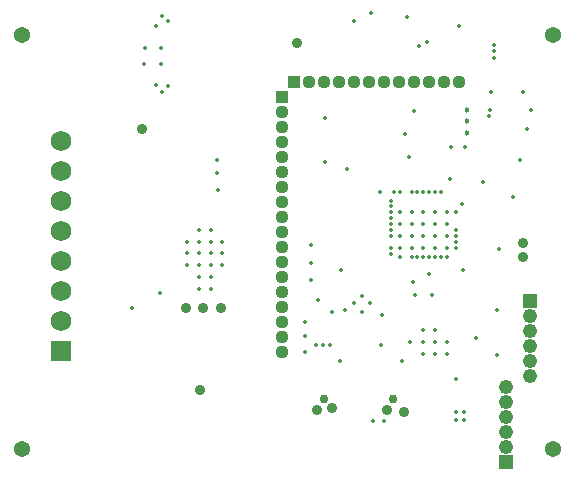
<source format=gbs>
G75*
%MOIN*%
%OFA0B0*%
%FSLAX25Y25*%
%IPPOS*%
%LPD*%
%AMOC8*
5,1,8,0,0,1.08239X$1,22.5*
%
%ADD10C,0.05400*%
%ADD11R,0.04500X0.04500*%
%ADD12R,0.04900X0.04900*%
%ADD13C,0.04500*%
%ADD14C,0.04900*%
%ADD15R,0.03976X0.03976*%
%ADD16R,0.04376X0.04376*%
%ADD17C,0.03976*%
%ADD18C,0.04376*%
%ADD19C,0.01387*%
%ADD20C,0.01787*%
%ADD21C,0.02998*%
%ADD22R,0.06450X0.06450*%
%ADD23R,0.06850X0.06850*%
%ADD24C,0.06450*%
%ADD25C,0.06850*%
%ADD26C,0.01400*%
%ADD27C,0.03543*%
D10*
X0007874Y0145669D03*
X0007874Y0007874D03*
X0185039Y0007874D03*
X0185039Y0145669D03*
D11*
X0169291Y0003346D03*
X0177165Y0057087D03*
D12*
X0169291Y0003346D03*
X0177165Y0057087D03*
D13*
X0169291Y0008346D03*
X0169291Y0013346D03*
X0169291Y0018346D03*
X0169291Y0023346D03*
X0169291Y0028346D03*
X0177165Y0052087D03*
X0177165Y0047087D03*
X0177165Y0042087D03*
X0177165Y0037087D03*
X0177165Y0032087D03*
D14*
X0169291Y0008346D03*
X0169291Y0013346D03*
X0169291Y0018346D03*
X0169291Y0023346D03*
X0169291Y0028346D03*
X0177165Y0052087D03*
X0177165Y0047087D03*
X0177165Y0042087D03*
X0177165Y0037087D03*
X0177165Y0032087D03*
D15*
X0094488Y0125177D03*
X0098484Y0129921D03*
D16*
X0094488Y0125177D03*
X0098484Y0129921D03*
D17*
X0094488Y0120177D03*
X0094488Y0115177D03*
X0094488Y0110177D03*
X0094488Y0105177D03*
X0094488Y0100177D03*
X0094488Y0095177D03*
X0094488Y0090177D03*
X0094488Y0085177D03*
X0094488Y0080177D03*
X0094488Y0075177D03*
X0094488Y0070177D03*
X0094488Y0065177D03*
X0094488Y0060177D03*
X0094488Y0055177D03*
X0094488Y0050177D03*
X0094488Y0045177D03*
X0094488Y0040177D03*
X0103484Y0129921D03*
X0108484Y0129921D03*
X0113484Y0129921D03*
X0118484Y0129921D03*
X0123484Y0129921D03*
X0128484Y0129921D03*
X0133484Y0129921D03*
X0138484Y0129921D03*
X0143484Y0129921D03*
X0148484Y0129921D03*
X0153484Y0129921D03*
D18*
X0094488Y0120177D03*
X0094488Y0115177D03*
X0094488Y0110177D03*
X0094488Y0105177D03*
X0094488Y0100177D03*
X0094488Y0095177D03*
X0094488Y0090177D03*
X0094488Y0085177D03*
X0094488Y0080177D03*
X0094488Y0075177D03*
X0094488Y0070177D03*
X0094488Y0065177D03*
X0094488Y0060177D03*
X0094488Y0055177D03*
X0094488Y0050177D03*
X0094488Y0045177D03*
X0094488Y0040177D03*
X0103484Y0129921D03*
X0108484Y0129921D03*
X0113484Y0129921D03*
X0118484Y0129921D03*
X0123484Y0129921D03*
X0128484Y0129921D03*
X0133484Y0129921D03*
X0138484Y0129921D03*
X0143484Y0129921D03*
X0148484Y0129921D03*
X0153484Y0129921D03*
D19*
X0156299Y0120669D03*
X0156299Y0116929D03*
X0156299Y0113189D03*
D20*
X0156299Y0120669D03*
X0156299Y0116929D03*
X0156299Y0113189D03*
D21*
X0108661Y0024390D03*
X0131496Y0024390D03*
D22*
X0020866Y0040354D03*
D23*
X0020866Y0040354D03*
D24*
X0020866Y0050354D03*
X0020866Y0060354D03*
X0020866Y0070354D03*
X0020866Y0080354D03*
X0020866Y0090354D03*
X0020866Y0100354D03*
X0020866Y0110354D03*
D25*
X0020866Y0050354D03*
X0020866Y0060354D03*
X0020866Y0070354D03*
X0020866Y0080354D03*
X0020866Y0090354D03*
X0020866Y0100354D03*
X0020866Y0110354D03*
D26*
X0130906Y0074803D03*
X0150591Y0097835D03*
X0127362Y0093504D03*
X0154921Y0067323D03*
X0134646Y0037008D03*
X0127953Y0052362D03*
X0106693Y0057480D03*
X0111417Y0053543D03*
X0136811Y0104921D03*
X0141732Y0082677D03*
X0141732Y0086614D03*
X0133858Y0086614D03*
X0137795Y0086614D03*
X0145669Y0086614D03*
X0149606Y0086614D03*
X0133858Y0082677D03*
X0137795Y0082677D03*
X0145669Y0082677D03*
X0149606Y0082677D03*
X0149606Y0078740D03*
X0145669Y0078740D03*
X0141732Y0078740D03*
X0137795Y0078740D03*
X0133858Y0078740D03*
X0133858Y0074803D03*
X0137795Y0074803D03*
X0141732Y0074803D03*
X0145669Y0074803D03*
X0149606Y0074803D03*
X0141732Y0047244D03*
X0145669Y0047244D03*
X0149606Y0043307D03*
X0145669Y0043307D03*
X0141732Y0043307D03*
X0141732Y0039370D03*
X0145669Y0039370D03*
X0149606Y0039370D03*
X0166339Y0053937D03*
X0152559Y0020079D03*
X0155315Y0020079D03*
X0155315Y0017520D03*
X0152559Y0017520D03*
X0108858Y0103543D03*
X0116339Y0101181D03*
X0104331Y0075591D03*
X0104331Y0069685D03*
X0155709Y0108268D03*
X0150984Y0108268D03*
X0171457Y0091732D03*
X0127559Y0042520D03*
X0109055Y0118110D03*
X0175000Y0126870D03*
X0135531Y0112697D03*
X0140276Y0141929D03*
X0044488Y0054843D03*
X0054134Y0141496D03*
X0054134Y0136220D03*
X0048740Y0135984D03*
X0048937Y0141417D03*
X0066850Y0061102D03*
X0070787Y0061102D03*
X0066850Y0065039D03*
X0070787Y0065039D03*
X0074724Y0068976D03*
X0074724Y0072913D03*
X0074724Y0076850D03*
X0070787Y0080787D03*
X0070787Y0076850D03*
X0070787Y0072913D03*
X0070787Y0068976D03*
X0066850Y0068976D03*
X0066850Y0072913D03*
X0066850Y0076850D03*
X0066850Y0080787D03*
X0062913Y0076850D03*
X0062913Y0072913D03*
X0062913Y0068976D03*
X0072835Y0099606D03*
X0142913Y0143307D03*
X0166929Y0074409D03*
X0053937Y0059843D03*
X0104331Y0064173D03*
X0115748Y0053937D03*
X0072835Y0103937D03*
X0073228Y0094094D03*
X0105906Y0042402D03*
X0108228Y0042402D03*
X0110630Y0042402D03*
X0165276Y0142559D03*
X0165276Y0140315D03*
X0165276Y0137953D03*
X0176378Y0114567D03*
X0161614Y0096850D03*
X0173780Y0104055D03*
X0152559Y0086614D03*
X0133858Y0093504D03*
X0154528Y0089567D03*
X0133858Y0071850D03*
X0130906Y0090551D03*
X0130906Y0088583D03*
X0131890Y0093504D03*
X0128740Y0016929D03*
X0124803Y0016969D03*
X0138583Y0120472D03*
X0056457Y0128661D03*
X0054488Y0126732D03*
X0056693Y0150394D03*
X0054724Y0151969D03*
X0139764Y0071850D03*
X0152756Y0031102D03*
X0141732Y0071850D03*
X0137205Y0043406D03*
X0166142Y0038976D03*
X0147638Y0071850D03*
X0159252Y0044685D03*
X0145669Y0071850D03*
X0138346Y0063465D03*
X0143701Y0071850D03*
X0143701Y0066240D03*
X0137795Y0093504D03*
X0130906Y0086614D03*
X0130906Y0084646D03*
X0130906Y0082677D03*
X0130906Y0080709D03*
X0130906Y0078740D03*
X0130906Y0072835D03*
X0137795Y0071850D03*
X0124016Y0056299D03*
X0118504Y0056299D03*
X0139764Y0093504D03*
X0145669Y0093504D03*
X0147638Y0093504D03*
X0152559Y0074803D03*
X0152559Y0078740D03*
X0152559Y0076772D03*
X0052520Y0148898D03*
X0052480Y0128937D03*
X0149606Y0071850D03*
X0102362Y0040157D03*
X0144488Y0059055D03*
X0102362Y0045276D03*
X0138976Y0059055D03*
X0102362Y0050197D03*
X0152559Y0080709D03*
X0163543Y0118858D03*
X0177559Y0120827D03*
X0164173Y0126772D03*
X0113780Y0037008D03*
X0114173Y0067323D03*
X0163780Y0120866D03*
X0118504Y0150472D03*
X0136299Y0151772D03*
X0141732Y0093504D03*
X0153465Y0148740D03*
X0143701Y0093504D03*
X0124252Y0152913D03*
X0121260Y0053543D03*
X0121260Y0058661D03*
D27*
X0106299Y0020866D03*
X0135433Y0020079D03*
X0099646Y0143228D03*
X0067323Y0027559D03*
X0048031Y0114567D03*
X0174803Y0071654D03*
X0174803Y0076378D03*
X0111417Y0021417D03*
X0129764Y0020866D03*
X0068386Y0054724D03*
X0074291Y0054724D03*
X0062441Y0054724D03*
M02*

</source>
